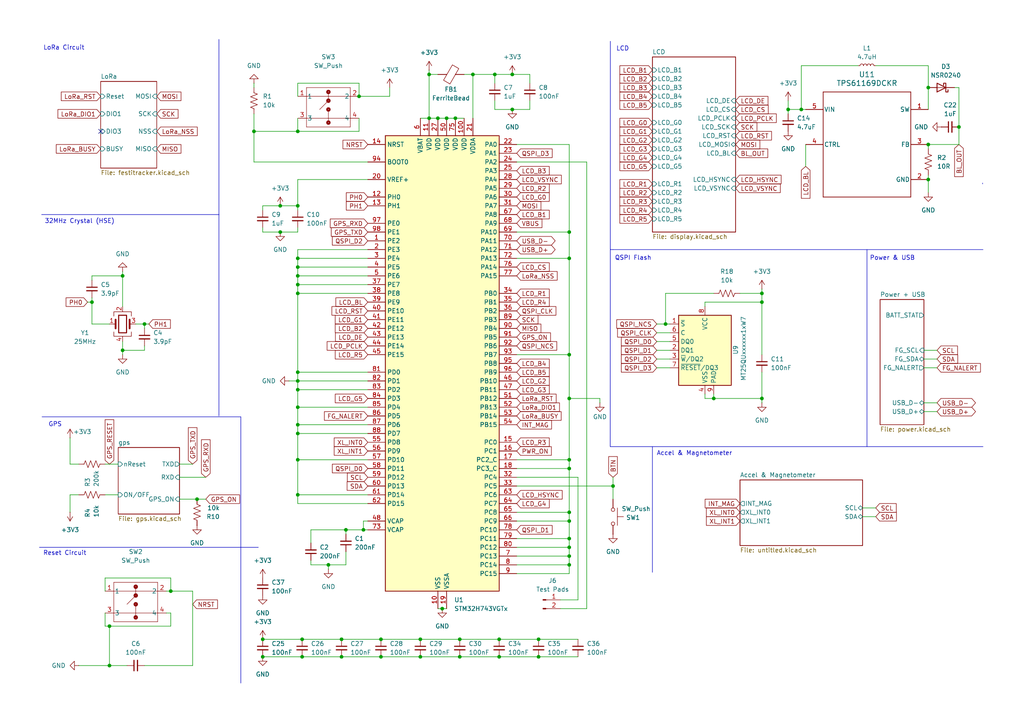
<source format=kicad_sch>
(kicad_sch (version 20231120) (generator "eeschema") (generator_version "8.0")
  (paper "A4")
  (junction (at 81.28 59.69))
  (junction (at 137.16 21.59))
  (junction (at 86.36 107.95))
  (junction (at 86.36 77.47))
  (junction (at 278.13 36.83))
  (junction (at 86.36 74.93))
  (junction (at 165.1 135.89))
  (junction (at 156.21 190.5))
  (junction (at 269.24 41.91))
  (junction (at 156.21 185.42))
  (junction (at 165.1 158.75))
  (junction (at 128.27 176.53))
  (junction (at 110.49 185.42))
  (junction (at 110.49 190.5))
  (junction (at 148.59 21.59))
  (junction (at 121.92 185.42))
  (junction (at 73.66 38.1))
  (junction (at 220.98 87.63))
  (junction (at 121.92 190.5))
  (junction (at 86.36 113.03))
  (junction (at 220.98 85.09))
  (junction (at 86.36 125.73))
  (junction (at 177.8 140.97))
  (junction (at 165.1 163.83))
  (junction (at 228.6 31.75))
  (junction (at 87.63 185.42))
  (junction (at 165.1 133.35))
  (junction (at 207.01 115.57))
  (junction (at 148.59 31.75))
  (junction (at 104.14 27.94))
  (junction (at 165.1 148.59))
  (junction (at 144.78 190.5))
  (junction (at 86.36 82.55))
  (junction (at 86.36 110.49))
  (junction (at 269.24 25.4))
  (junction (at 193.04 93.98))
  (junction (at 232.41 31.75))
  (junction (at 127 34.29))
  (junction (at 99.06 185.42))
  (junction (at 49.53 171.45))
  (junction (at 86.36 85.09))
  (junction (at 144.78 185.42))
  (junction (at 165.1 74.93))
  (junction (at 165.1 161.29))
  (junction (at 99.06 190.5))
  (junction (at 95.25 163.83))
  (junction (at 76.2 185.42))
  (junction (at 165.1 156.21))
  (junction (at 87.63 190.5))
  (junction (at 165.1 151.13))
  (junction (at 31.75 193.04))
  (junction (at 124.46 34.29))
  (junction (at 105.41 153.67))
  (junction (at 31.75 181.61))
  (junction (at 133.35 190.5))
  (junction (at 86.36 59.69))
  (junction (at 26.67 87.63))
  (junction (at 220.98 115.57))
  (junction (at 132.08 34.29))
  (junction (at 86.36 133.35))
  (junction (at 86.36 80.01))
  (junction (at 35.56 80.01))
  (junction (at 143.51 21.59))
  (junction (at 100.33 153.67))
  (junction (at 41.91 93.98))
  (junction (at 165.1 102.87))
  (junction (at 269.24 52.07))
  (junction (at 165.1 67.31))
  (junction (at 86.36 38.1))
  (junction (at 86.36 118.11))
  (junction (at 124.46 21.59))
  (junction (at 86.36 143.51))
  (junction (at 86.36 123.19))
  (junction (at 81.28 67.31))
  (junction (at 133.35 185.42))
  (junction (at 129.54 34.29))
  (junction (at 57.15 144.78))
  (junction (at 35.56 101.6))
  (junction (at 76.2 190.5))
  (junction (at 165.1 115.57))
  (no_connect (at 29.21 38.1))
  (wire (pts (xy 99.06 185.42) (xy 110.49 185.42)))
  (wire (pts (xy 73.66 24.13) (xy 73.66 25.4)))
  (wire (pts (xy 143.51 29.21) (xy 143.51 31.75)))
  (wire (pts (xy 149.86 67.31) (xy 165.1 67.31)))
  (wire (pts (xy 110.49 190.5) (xy 121.92 190.5)))
  (wire (pts (xy 104.14 34.29) (xy 104.14 38.1)))
  (wire (pts (xy 52.07 134.62) (xy 55.88 134.62)))
  (wire (pts (xy 86.36 27.94) (xy 86.36 24.13)))
  (wire (pts (xy 86.36 125.73) (xy 106.68 125.73)))
  (wire (pts (xy 207.01 115.57) (xy 220.98 115.57)))
  (wire (pts (xy 165.1 41.91) (xy 165.1 67.31)))
  (wire (pts (xy 129.54 34.29) (xy 132.08 34.29)))
  (wire (pts (xy 49.53 181.61) (xy 31.75 181.61)))
  (wire (pts (xy 110.49 185.42) (xy 121.92 185.42)))
  (wire (pts (xy 143.51 21.59) (xy 148.59 21.59)))
  (wire (pts (xy 121.92 185.42) (xy 133.35 185.42)))
  (wire (pts (xy 31.75 193.04) (xy 36.83 193.04)))
  (wire (pts (xy 76.2 60.96) (xy 76.2 59.69)))
  (wire (pts (xy 137.16 21.59) (xy 143.51 21.59)))
  (wire (pts (xy 86.36 123.19) (xy 86.36 125.73)))
  (wire (pts (xy 149.86 166.37) (xy 165.1 166.37)))
  (wire (pts (xy 220.98 87.63) (xy 204.47 87.63)))
  (wire (pts (xy 190.5 101.6) (xy 194.31 101.6)))
  (wire (pts (xy 86.36 143.51) (xy 86.36 146.05)))
  (wire (pts (xy 41.91 100.33) (xy 41.91 101.6)))
  (wire (pts (xy 87.63 185.42) (xy 99.06 185.42)))
  (wire (pts (xy 165.1 135.89) (xy 165.1 148.59)))
  (wire (pts (xy 165.1 74.93) (xy 165.1 102.87)))
  (wire (pts (xy 149.86 138.43) (xy 167.64 138.43)))
  (wire (pts (xy 269.24 25.4) (xy 269.24 31.75)))
  (wire (pts (xy 162.56 176.53) (xy 170.18 176.53)))
  (wire (pts (xy 267.97 119.38) (xy 271.78 119.38)))
  (wire (pts (xy 173.99 115.57) (xy 173.99 116.84)))
  (wire (pts (xy 86.36 110.49) (xy 106.68 110.49)))
  (wire (pts (xy 121.92 34.29) (xy 124.46 34.29)))
  (wire (pts (xy 149.86 156.21) (xy 165.1 156.21)))
  (wire (pts (xy 86.36 123.19) (xy 106.68 123.19)))
  (wire (pts (xy 48.26 171.45) (xy 49.53 171.45)))
  (polyline (pts (xy 69.85 120.904) (xy 69.85 198.12)))
  (polyline (pts (xy 63.5 62.23) (xy 63.5 120.65)))
  (wire (pts (xy 105.41 151.13) (xy 106.68 151.13)))
  (wire (pts (xy 41.91 193.04) (xy 55.88 193.04)))
  (wire (pts (xy 86.36 82.55) (xy 106.68 82.55)))
  (wire (pts (xy 190.5 104.14) (xy 194.31 104.14)))
  (wire (pts (xy 35.56 80.01) (xy 35.56 88.9)))
  (wire (pts (xy 86.36 133.35) (xy 86.36 143.51)))
  (wire (pts (xy 165.1 148.59) (xy 165.1 151.13)))
  (wire (pts (xy 220.98 83.82) (xy 220.98 85.09)))
  (wire (pts (xy 133.35 190.5) (xy 144.78 190.5)))
  (wire (pts (xy 35.56 101.6) (xy 35.56 102.87)))
  (polyline (pts (xy 177.8 72.39) (xy 285.115 72.39)))
  (wire (pts (xy 193.04 93.98) (xy 194.31 93.98)))
  (polyline (pts (xy 12.192 120.904) (xy 69.85 120.904)))
  (wire (pts (xy 49.53 177.8) (xy 48.26 177.8)))
  (wire (pts (xy 83.82 110.49) (xy 86.36 110.49)))
  (wire (pts (xy 127 176.53) (xy 128.27 176.53)))
  (wire (pts (xy 267.97 106.68) (xy 271.78 106.68)))
  (wire (pts (xy 86.36 74.93) (xy 106.68 74.93)))
  (wire (pts (xy 165.1 115.57) (xy 165.1 133.35)))
  (wire (pts (xy 22.86 193.04) (xy 31.75 193.04)))
  (wire (pts (xy 220.98 85.09) (xy 220.98 87.63)))
  (wire (pts (xy 41.91 93.98) (xy 43.18 93.98)))
  (wire (pts (xy 35.56 78.74) (xy 35.56 80.01)))
  (wire (pts (xy 133.35 185.42) (xy 144.78 185.42)))
  (wire (pts (xy 106.68 72.39) (xy 86.36 72.39)))
  (wire (pts (xy 76.2 67.31) (xy 81.28 67.31)))
  (polyline (pts (xy 11.43 158.75) (xy 74.93 158.75)))
  (wire (pts (xy 90.17 163.83) (xy 95.25 163.83)))
  (wire (pts (xy 165.1 115.57) (xy 173.99 115.57)))
  (wire (pts (xy 232.41 31.75) (xy 233.68 31.75)))
  (wire (pts (xy 143.51 24.13) (xy 143.51 21.59)))
  (wire (pts (xy 105.41 153.67) (xy 105.41 151.13)))
  (wire (pts (xy 144.78 190.5) (xy 156.21 190.5)))
  (wire (pts (xy 248.92 19.05) (xy 232.41 19.05)))
  (wire (pts (xy 73.66 33.02) (xy 73.66 38.1)))
  (wire (pts (xy 190.5 93.98) (xy 193.04 93.98)))
  (wire (pts (xy 35.56 101.6) (xy 41.91 101.6)))
  (wire (pts (xy 86.36 85.09) (xy 106.68 85.09)))
  (wire (pts (xy 86.36 66.04) (xy 86.36 67.31)))
  (wire (pts (xy 105.41 153.67) (xy 106.68 153.67)))
  (wire (pts (xy 190.5 99.06) (xy 194.31 99.06)))
  (wire (pts (xy 86.36 118.11) (xy 106.68 118.11)))
  (wire (pts (xy 31.75 181.61) (xy 31.75 193.04)))
  (wire (pts (xy 121.92 190.5) (xy 133.35 190.5)))
  (wire (pts (xy 20.32 143.51) (xy 20.32 148.59)))
  (polyline (pts (xy 177.8 72.39) (xy 177.0581 72.39)))
  (wire (pts (xy 278.13 25.4) (xy 276.86 25.4)))
  (wire (pts (xy 148.59 31.75) (xy 153.67 31.75)))
  (wire (pts (xy 86.36 143.51) (xy 106.68 143.51)))
  (wire (pts (xy 41.91 93.98) (xy 41.91 95.25)))
  (wire (pts (xy 86.36 110.49) (xy 86.36 113.03)))
  (wire (pts (xy 39.37 93.98) (xy 41.91 93.98)))
  (wire (pts (xy 177.8 140.97) (xy 177.8 138.43)))
  (wire (pts (xy 149.86 163.83) (xy 165.1 163.83)))
  (wire (pts (xy 26.67 87.63) (xy 25.4 87.63)))
  (wire (pts (xy 26.67 87.63) (xy 26.67 93.98)))
  (wire (pts (xy 86.36 60.96) (xy 86.36 59.69)))
  (wire (pts (xy 22.86 143.51) (xy 20.32 143.51)))
  (wire (pts (xy 149.86 46.99) (xy 170.18 46.99)))
  (polyline (pts (xy 189.23 165.9949) (xy 189.23 129.54)))
  (wire (pts (xy 86.36 24.13) (xy 104.14 24.13)))
  (wire (pts (xy 35.56 99.06) (xy 35.56 101.6)))
  (wire (pts (xy 148.59 21.59) (xy 153.67 21.59)))
  (wire (pts (xy 162.56 173.99) (xy 167.64 173.99)))
  (wire (pts (xy 254 19.05) (xy 269.24 19.05)))
  (wire (pts (xy 144.78 185.42) (xy 156.21 185.42)))
  (wire (pts (xy 156.21 190.5) (xy 167.64 190.5)))
  (wire (pts (xy 73.66 38.1) (xy 86.36 38.1)))
  (wire (pts (xy 76.2 59.69) (xy 81.28 59.69)))
  (wire (pts (xy 165.1 102.87) (xy 165.1 115.57)))
  (wire (pts (xy 124.46 34.29) (xy 127 34.29)))
  (wire (pts (xy 57.15 144.78) (xy 59.69 144.78)))
  (wire (pts (xy 30.48 167.64) (xy 49.53 167.64)))
  (wire (pts (xy 86.36 52.07) (xy 106.68 52.07)))
  (wire (pts (xy 167.64 138.43) (xy 167.64 173.99)))
  (wire (pts (xy 31.75 93.98) (xy 26.67 93.98)))
  (wire (pts (xy 220.98 107.95) (xy 220.98 115.57)))
  (wire (pts (xy 250.19 147.32) (xy 254 147.32)))
  (wire (pts (xy 95.25 163.83) (xy 95.25 165.1)))
  (wire (pts (xy 30.48 134.62) (xy 34.29 134.62)))
  (wire (pts (xy 113.03 27.94) (xy 113.03 25.4)))
  (wire (pts (xy 49.53 167.64) (xy 49.53 171.45)))
  (wire (pts (xy 76.2 66.04) (xy 76.2 67.31)))
  (wire (pts (xy 86.36 77.47) (xy 86.36 80.01)))
  (wire (pts (xy 128.27 176.53) (xy 129.54 176.53)))
  (wire (pts (xy 156.21 185.42) (xy 167.64 185.42)))
  (wire (pts (xy 86.36 52.07) (xy 86.36 59.69)))
  (wire (pts (xy 149.86 140.97) (xy 177.8 140.97)))
  (wire (pts (xy 100.33 163.83) (xy 100.33 160.02)))
  (wire (pts (xy 207.01 85.09) (xy 193.04 85.09)))
  (wire (pts (xy 165.1 133.35) (xy 165.1 135.89)))
  (wire (pts (xy 30.48 143.51) (xy 34.29 143.51)))
  (wire (pts (xy 149.86 133.35) (xy 165.1 133.35)))
  (wire (pts (xy 165.1 151.13) (xy 165.1 156.21)))
  (wire (pts (xy 76.2 185.42) (xy 87.63 185.42)))
  (wire (pts (xy 49.53 171.45) (xy 55.88 171.45)))
  (wire (pts (xy 124.46 20.32) (xy 124.46 21.59)))
  (wire (pts (xy 86.36 80.01) (xy 106.68 80.01)))
  (wire (pts (xy 95.25 163.83) (xy 100.33 163.83)))
  (wire (pts (xy 153.67 29.21) (xy 153.67 31.75)))
  (wire (pts (xy 86.36 38.1) (xy 104.14 38.1)))
  (wire (pts (xy 100.33 154.94) (xy 100.33 153.67)))
  (wire (pts (xy 86.36 113.03) (xy 106.68 113.03)))
  (wire (pts (xy 204.47 87.63) (xy 204.47 88.9)))
  (wire (pts (xy 267.97 104.14) (xy 271.78 104.14)))
  (polyline (pts (xy 251.46 72.39) (xy 251.46 129.54)))
  (wire (pts (xy 165.1 156.21) (xy 165.1 158.75)))
  (wire (pts (xy 26.67 80.01) (xy 26.67 81.28)))
  (wire (pts (xy 86.36 107.95) (xy 86.36 110.49)))
  (wire (pts (xy 104.14 27.94) (xy 113.03 27.94)))
  (wire (pts (xy 106.68 133.35) (xy 86.36 133.35)))
  (wire (pts (xy 55.88 171.45) (xy 55.88 193.04)))
  (polyline (pts (xy 176.988 129.5449) (xy 177.0288 12.0241)))
  (wire (pts (xy 73.66 46.99) (xy 106.68 46.99)))
  (polyline (pts (xy 63.5 11.43) (xy 63.5 62.23)))
  (wire (pts (xy 269.24 19.05) (xy 269.24 25.4)))
  (wire (pts (xy 26.67 86.36) (xy 26.67 87.63)))
  (wire (pts (xy 87.63 190.5) (xy 99.06 190.5)))
  (wire (pts (xy 104.14 24.13) (xy 104.14 27.94)))
  (wire (pts (xy 177.8 144.78) (xy 177.8 140.97)))
  (wire (pts (xy 250.19 149.86) (xy 254 149.86)))
  (wire (pts (xy 149.86 74.93) (xy 165.1 74.93)))
  (wire (pts (xy 127 34.29) (xy 129.54 34.29)))
  (wire (pts (xy 269.24 55.88) (xy 269.24 52.07)))
  (wire (pts (xy 86.36 118.11) (xy 86.36 123.19)))
  (wire (pts (xy 228.6 31.75) (xy 232.41 31.75)))
  (wire (pts (xy 170.18 46.99) (xy 170.18 176.53)))
  (wire (pts (xy 149.86 102.87) (xy 165.1 102.87)))
  (wire (pts (xy 149.86 135.89) (xy 165.1 135.89)))
  (wire (pts (xy 190.5 106.68) (xy 194.31 106.68)))
  (wire (pts (xy 269.24 41.91) (xy 278.13 41.91)))
  (wire (pts (xy 204.47 114.3) (xy 204.47 115.57)))
  (wire (pts (xy 220.98 115.57) (xy 220.98 116.84)))
  (wire (pts (xy 86.36 72.39) (xy 86.36 74.93)))
  (wire (pts (xy 106.68 146.05) (xy 86.36 146.05)))
  (wire (pts (xy 143.51 31.75) (xy 148.59 31.75)))
  (wire (pts (xy 267.97 101.6) (xy 271.78 101.6)))
  (wire (pts (xy 228.6 29.21) (xy 228.6 31.75)))
  (wire (pts (xy 232.41 19.05) (xy 232.41 31.75)))
  (wire (pts (xy 52.07 144.78) (xy 57.15 144.78)))
  (polyline (pts (xy 12.065 62.23) (xy 63.5 62.23)))
  (wire (pts (xy 90.17 153.67) (xy 100.33 153.67)))
  (wire (pts (xy 193.04 85.09) (xy 193.04 93.98)))
  (wire (pts (xy 165.1 163.83) (xy 165.1 166.37)))
  (polyline (pts (xy 177.0288 12.0241) (xy 177.033 12.0241)))
  (wire (pts (xy 149.86 41.91) (xy 165.1 41.91)))
  (wire (pts (xy 26.67 80.01) (xy 35.56 80.01)))
  (wire (pts (xy 124.46 21.59) (xy 124.46 34.29)))
  (wire (pts (xy 137.16 21.59) (xy 137.16 34.29)))
  (wire (pts (xy 214.63 85.09) (xy 220.98 85.09)))
  (wire (pts (xy 165.1 161.29) (xy 165.1 163.83)))
  (wire (pts (xy 149.86 151.13) (xy 165.1 151.13)))
  (wire (pts (xy 149.86 161.29) (xy 165.1 161.29)))
  (wire (pts (xy 73.66 38.1) (xy 73.66 46.99)))
  (wire (pts (xy 132.08 34.29) (xy 134.62 34.29)))
  (wire (pts (xy 269.24 41.91) (xy 269.24 43.18)))
  (wire (pts (xy 153.67 24.13) (xy 153.67 21.59)))
  (wire (pts (xy 30.48 177.8) (xy 30.48 181.61)))
  (wire (pts (xy 134.62 21.59) (xy 137.16 21.59)))
  (wire (pts (xy 76.2 190.5) (xy 87.63 190.5)))
  (wire (pts (xy 86.36 82.55) (xy 86.36 85.09)))
  (wire (pts (xy 269.24 50.8) (xy 269.24 52.07)))
  (wire (pts (xy 190.5 96.52) (xy 194.31 96.52)))
  (wire (pts (xy 99.06 190.5) (xy 110.49 190.5)))
  (wire (pts (xy 86.36 34.29) (xy 86.36 38.1)))
  (wire (pts (xy 149.86 148.59) (xy 165.1 148.59)))
  (wire (pts (xy 86.36 80.01) (xy 86.36 82.55)))
  (wire (pts (xy 86.36 74.93) (xy 86.36 77.47)))
  (wire (pts (xy 81.28 59.69) (xy 86.36 59.69)))
  (wire (pts (xy 20.32 127) (xy 20.32 134.62)))
  (wire (pts (xy 220.98 87.63) (xy 220.98 102.87)))
  (polyline (pts (xy 177.0338 129.5441) (xy 285.115 129.54)))
  (wire (pts (xy 86.36 77.47) (xy 106.68 77.47)))
  (wire (pts (xy 165.1 67.31) (xy 165.1 74.93)))
  (wire (pts (xy 49.53 177.8) (xy 49.53 181.61)))
  (wire (pts (xy 267.97 116.84) (xy 271.78 116.84)))
  (wire (pts (xy 22.86 134.62) (xy 20.32 134.62)))
  (wire (pts (xy 31.75 181.61) (xy 30.48 181.61)))
  (wire (pts (xy 165.1 158.75) (xy 165.1 161.29)))
  (wire (pts (xy 233.68 41.91) (xy 233.68 48.26)))
  (wire (pts (xy 204.47 115.57) (xy 207.01 115.57)))
  (polyline (pts (xy 177.0581 72.39) (xy 177.0581 72.3353)))
  (wire (pts (xy 278.13 25.4) (xy 278.13 36.83)))
  (wire (pts (xy 86.36 85.09) (xy 86.36 107.95)))
  (wire (pts (xy 105.41 153.67) (xy 100.33 153.67)))
  (wire (pts (xy 86.36 113.03) (xy 86.36 118.11)))
  (polyline (pts (xy 284.988 53.086) (xy 284.988 53.34)))
  (wire (pts (xy 90.17 163.83) (xy 90.17 162.56)))
  (wire (pts (xy 90.17 157.48) (xy 90.17 153.67)))
  (wire (pts (xy 81.28 67.31) (xy 86.36 67.31)))
  (wire (pts (xy 149.86 158.75) (xy 165.1 158.75)))
  (wire (pts (xy 86.36 107.95) (xy 106.68 107.95)))
  (wire (pts (xy 124.46 21.59) (xy 127 21.59)))
  (wire (pts (xy 207.01 115.57) (xy 207.01 114.3)))
  (wire (pts (xy 30.48 171.45) (xy 30.48 167.64)))
  (wire (pts (xy 86.36 125.73) (xy 86.36 133.35)))
  (wire (pts (xy 228.6 33.02) (xy 228.6 31.75)))
  (wire (pts (xy 52.07 138.43) (xy 59.69 138.43)))
  (wire (pts (xy 278.13 36.83) (xy 278.13 41.91)))
  (text "LCD\n" (at 180.594 14.224 0) (effects (font (size 1.27 1.27))))
  (text "GPS" (at 16.002 123.19 0) (effects (font (size 1.27 1.27))))
  (text "Power & USB" (at 258.826 74.93 0) (effects (font (size 1.27 1.27))))
  (text "Accel & Magnetometer" (at 201.422 131.572 0) (effects (font (size 1.27 1.27))))
  (text "32MHz Crystal (HSE)\n" (at 23.114 64.262 0) (effects (font (size 1.27 1.27))))
  (text "LoRa Circuit" (at 18.542 13.97 0) (effects (font (size 1.27 1.27))))
  (text "Reset Circuit" (at 18.796 160.528 0) (effects (font (size 1.27 1.27))))
  (text "QSPI Flash" (at 183.642 74.93 0) (effects (font (size 1.27 1.27))))
  (global_label "LCD_R3" (shape input) (at 149.86 128.27 0) (property "Intersheetrefs" "${INTERSHEET_REFS}" (effects (hide yes))))
  (global_label "XL_INT1" (shape input) (at 214.63 151.13 180) (property "Intersheetrefs" "${INTERSHEET_REFS}" (effects (hide yes))))
  (global_label "LoRa_BUSY" (shape input) (at 29.21 43.18 180) (property "Intersheetrefs" "${INTERSHEET_REFS}" (effects (hide yes))))
  (global_label "SDA" (shape input) (at 271.78 104.14 0) (property "Intersheetrefs" "${INTERSHEET_REFS}" (effects (hide yes))))
  (global_label "LCD_B1" (shape input) (at 149.86 62.23 0) (property "Intersheetrefs" "${INTERSHEET_REFS}" (effects (hide yes))))
  (global_label "LCD_B4" (shape input) (at 149.86 105.41 0) (property "Intersheetrefs" "${INTERSHEET_REFS}" (effects (hide yes))))
  (global_label "SCK" (shape input) (at 45.466 33.02 0) (property "Intersheetrefs" "${INTERSHEET_REFS}" (effects (hide yes))))
  (global_label "QSPI_D3" (shape input) (at 149.86 44.45 0) (property "Intersheetrefs" "${INTERSHEET_REFS}" (effects (hide yes))))
  (global_label "QSPI_CLK" (shape input) (at 149.86 90.17 0) (property "Intersheetrefs" "${INTERSHEET_REFS}" (effects (hide yes))))
  (global_label "MOSI" (shape input) (at 149.86 59.69 0) (property "Intersheetrefs" "${INTERSHEET_REFS}" (effects (hide yes))))
  (global_label "PH1" (shape input) (at 106.68 59.69 180) (property "Intersheetrefs" "${INTERSHEET_REFS}" (effects (hide yes))))
  (global_label "LCD_G5" (shape input) (at 189.23 48.26 180) (property "Intersheetrefs" "${INTERSHEET_REFS}" (effects (hide yes))))
  (global_label "MISO" (shape input) (at 45.466 43.18 0) (property "Intersheetrefs" "${INTERSHEET_REFS}" (effects (hide yes))))
  (global_label "QSPI_D0" (shape input) (at 106.68 135.89 180) (property "Intersheetrefs" "${INTERSHEET_REFS}" (effects (hide yes))))
  (global_label "LCD_B1" (shape input) (at 189.23 20.32 180) (property "Intersheetrefs" "${INTERSHEET_REFS}" (effects (hide yes))))
  (global_label "QSPI_D3" (shape input) (at 190.5 106.68 180) (property "Intersheetrefs" "${INTERSHEET_REFS}" (effects (hide yes))))
  (global_label "LCD_VSYNC" (shape input) (at 149.86 52.07 0) (property "Intersheetrefs" "${INTERSHEET_REFS}" (effects (hide yes))))
  (global_label "LCD_G0" (shape input) (at 189.23 35.56 180) (property "Intersheetrefs" "${INTERSHEET_REFS}" (effects (hide yes))))
  (global_label "LCD_G3" (shape input) (at 149.86 113.03 0) (property "Intersheetrefs" "${INTERSHEET_REFS}" (effects (hide yes))))
  (global_label "FG_NALERT" (shape input) (at 106.68 120.65 180) (property "Intersheetrefs" "${INTERSHEET_REFS}" (effects (hide yes))))
  (global_label "BL_OUT" (shape input) (at 213.36 44.45 0) (property "Intersheetrefs" "${INTERSHEET_REFS}" (effects (hide yes))))
  (global_label "LCD_R5" (shape input) (at 189.23 63.5 180) (property "Intersheetrefs" "${INTERSHEET_REFS}" (effects (hide yes))))
  (global_label "SCL" (shape input) (at 106.68 138.43 180) (property "Intersheetrefs" "${INTERSHEET_REFS}" (effects (hide yes))))
  (global_label "QSPI_D2" (shape input) (at 106.68 69.85 180) (property "Intersheetrefs" "${INTERSHEET_REFS}" (effects (hide yes))))
  (global_label "LCD_VSYNC" (shape input) (at 213.36 54.61 0) (property "Intersheetrefs" "${INTERSHEET_REFS}" (effects (hide yes))))
  (global_label "LCD_DE" (shape input) (at 106.68 97.79 180) (property "Intersheetrefs" "${INTERSHEET_REFS}" (effects (hide yes))))
  (global_label "LCD_R3" (shape input) (at 189.23 58.42 180) (property "Intersheetrefs" "${INTERSHEET_REFS}" (effects (hide yes))))
  (global_label "LCD_G5" (shape input) (at 106.68 115.57 180) (property "Intersheetrefs" "${INTERSHEET_REFS}" (effects (hide yes))))
  (global_label "LCD_R2" (shape input) (at 189.23 55.88 180) (property "Intersheetrefs" "${INTERSHEET_REFS}" (effects (hide yes))))
  (global_label "LCD_HSYNC" (shape input) (at 213.36 52.07 0) (property "Intersheetrefs" "${INTERSHEET_REFS}" (effects (hide yes))))
  (global_label "SDA" (shape input) (at 106.68 140.97 180) (property "Intersheetrefs" "${INTERSHEET_REFS}" (effects (hide yes))))
  (global_label "LCD_BL" (shape input) (at 106.68 87.63 180) (property "Intersheetrefs" "${INTERSHEET_REFS}" (effects (hide yes))))
  (global_label "LCD_B2" (shape input) (at 106.68 95.25 180) (property "Intersheetrefs" "${INTERSHEET_REFS}" (effects (hide yes))))
  (global_label "XL_INT1" (shape input) (at 106.68 130.81 180) (property "Intersheetrefs" "${INTERSHEET_REFS}" (effects (hide yes))))
  (global_label "LCD_BL" (shape input) (at 233.68 48.26 270) (property "Intersheetrefs" "${INTERSHEET_REFS}" (effects (hide yes))))
  (global_label "LCD_G1" (shape input) (at 189.23 38.1 180) (property "Intersheetrefs" "${INTERSHEET_REFS}" (effects (hide yes))))
  (global_label "INT_MAG" (shape input) (at 214.63 146.05 180) (property "Intersheetrefs" "${INTERSHEET_REFS}" (effects (hide yes))))
  (global_label "LoRa_RST" (shape input) (at 29.21 27.94 180) (property "Intersheetrefs" "${INTERSHEET_REFS}" (effects (hide yes))))
  (global_label "USB_D-" (shape bidirectional) (at 271.78 116.84 0) (property "Intersheetrefs" "${INTERSHEET_REFS}" (effects (hide yes))))
  (global_label "GPS_TXD" (shape input) (at 106.68 67.31 180) (property "Intersheetrefs" "${INTERSHEET_REFS}" (effects (hide yes))))
  (global_label "LoRa_RST" (shape input) (at 149.86 115.57 0) (property "Intersheetrefs" "${INTERSHEET_REFS}" (effects (hide yes))))
  (global_label "LCD_R2" (shape input) (at 149.86 54.61 0) (property "Intersheetrefs" "${INTERSHEET_REFS}" (effects (hide yes))))
  (global_label "MOSI" (shape input) (at 45.466 27.94 0) (property "Intersheetrefs" "${INTERSHEET_REFS}" (effects (hide yes))))
  (global_label "LCD_PCLK" (shape input) (at 213.36 34.29 0) (property "Intersheetrefs" "${INTERSHEET_REFS}" (effects (hide yes))))
  (global_label "LCD_G2" (shape input) (at 189.23 40.64 180) (property "Intersheetrefs" "${INTERSHEET_REFS}" (effects (hide yes))))
  (global_label "LCD_B5" (shape input) (at 149.86 107.95 0) (property "Intersheetrefs" "${INTERSHEET_REFS}" (effects (hide yes))))
  (global_label "QSPI_CLK" (shape input) (at 190.5 96.52 180) (property "Intersheetrefs" "${INTERSHEET_REFS}" (effects (hide yes))))
  (global_label "LCD_B5" (shape input) (at 189.23 30.48 180) (property "Intersheetrefs" "${INTERSHEET_REFS}" (effects (hide yes))))
  (global_label "MISO" (shape input) (at 149.86 95.25 0) (property "Intersheetrefs" "${INTERSHEET_REFS}" (effects (hide yes))))
  (global_label "GPS_ON" (shape input) (at 59.69 144.78 0) (property "Intersheetrefs" "${INTERSHEET_REFS}" (effects (hide yes))))
  (global_label "QSPI_D2" (shape input) (at 190.5 104.14 180) (property "Intersheetrefs" "${INTERSHEET_REFS}" (effects (hide yes))))
  (global_label "SCL" (shape input) (at 254 147.32 0) (property "Intersheetrefs" "${INTERSHEET_REFS}" (effects (hide yes))))
  (global_label "NRST" (shape input) (at 106.68 41.91 180) (property "Intersheetrefs" "${INTERSHEET_REFS}" (effects (hide yes))))
  (global_label "LCD_R1" (shape input) (at 149.86 85.09 0) (property "Intersheetrefs" "${INTERSHEET_REFS}" (effects (hide yes))))
  (global_label "LoRa_DIO1" (shape input) (at 29.21 33.02 180) (property "Intersheetrefs" "${INTERSHEET_REFS}" (effects (hide yes))))
  (global_label "GPS_RESET" (shape input) (at 31.75 134.62 90) (property "Intersheetrefs" "${INTERSHEET_REFS}" (effects (hide yes))))
  (global_label "LCD_RST" (shape input) (at 106.68 90.17 180) (property "Intersheetrefs" "${INTERSHEET_REFS}" (effects (hide yes))))
  (global_label "USB_D-" (shape bidirectional) (at 149.86 69.85 0) (property "Intersheetrefs" "${INTERSHEET_REFS}" (effects (hide yes))))
  (global_label "PWR_ON" (shape input) (at 149.86 130.81 0) (property "Intersheetrefs" "${INTERSHEET_REFS}" (effects (hide yes))))
  (global_label "LCD_CS" (shape input) (at 149.86 77.47 0) (property "Intersheetrefs" "${INTERSHEET_REFS}" (effects (hide yes))))
  (global_label "SDA" (shape input) (at 254 149.86 0) (property "Intersheetrefs" "${INTERSHEET_REFS}" (effects (hide yes))))
  (global_label "LCD_R4" (shape input) (at 149.86 87.63 0) (property "Intersheetrefs" "${INTERSHEET_REFS}" (effects (hide yes))))
  (global_label "QSPI_NCS" (shape input) (at 149.86 100.33 0) (property "Intersheetrefs" "${INTERSHEET_REFS}" (effects (hide yes))))
  (global_label "QSPI_D1" (shape input) (at 149.86 153.67 0) (property "Intersheetrefs" "${INTERSHEET_REFS}" (effects (hide yes))))
  (global_label "QSPI_D1" (shape input) (at 190.5 101.6 180) (property "Intersheetrefs" "${INTERSHEET_REFS}" (effects (hide yes))))
  (global_label "LCD_DE" (shape input) (at 213.36 29.21 0) (property "Intersheetrefs" "${INTERSHEET_REFS}" (effects (hide yes))))
  (global_label "USB_D+" (shape bidirectional) (at 271.78 119.38 0) (property "Intersheetrefs" "${INTERSHEET_REFS}" (effects (hide yes))))
  (global_label "INT_MAG" (shape input) (at 149.86 123.19 0) (property "Intersheetrefs" "${INTERSHEET_REFS}" (effects (hide yes))))
  (global_label "LCD_G4" (shape input) (at 189.23 45.72 180) (property "Intersheetrefs" "${INTERSHEET_REFS}" (effects (hide yes))))
  (global_label "LCD_G3" (shape input) (at 189.23 43.18 180) (property "Intersheetrefs" "${INTERSHEET_REFS}" (effects (hide yes))))
  (global_label "PH0" (shape input) (at 106.68 57.15 180) (property "Intersheetrefs" "${INTERSHEET_REFS}" (effects (hide yes))))
  (global_label "LoRa_BUSY" (shape input) (at 149.86 120.65 0) (property "Intersheetrefs" "${INTERSHEET_REFS}" (effects (hide yes))))
  (global_label "LoRa_DIO1" (shape input) (at 149.86 118.11 0) (property "Intersheetrefs" "${INTERSHEET_REFS}" (effects (hide yes))))
  (global_label "PH1" (shape input) (at 43.18 93.98 0) (property "Intersheetrefs" "${INTERSHEET_REFS}" (effects (hide yes))))
  (global_label "BTN" (shape input) (at 177.8 138.43 90) (property "Intersheetrefs" "${INTERSHEET_REFS}" (effects (hide yes))))
  (global_label "LCD_CS" (shape input) (at 213.36 31.75 0) (property "Intersheetrefs" "${INTERSHEET_REFS}" (effects (hide yes))))
  (global_label "SCK" (shape input) (at 149.86 92.71 0) (property "Intersheetrefs" "${INTERSHEET_REFS}" (effects (hide yes))))
  (global_label "LCD_R1" (shape input) (at 189.23 53.34 180) (property "Intersheetrefs" "${INTERSHEET_REFS}" (effects (hide yes))))
  (global_label "LCD_B2" (shape input) (at 189.23 22.86 180) (property "Intersheetrefs" "${INTERSHEET_REFS}" (effects (hide yes))))
  (global_label "VBUS" (shape input) (at 149.86 64.77 0) (property "Intersheetrefs" "${INTERSHEET_REFS}" (effects (hide yes))))
  (global_label "LCD_HSYNC" (shape input) (at 149.86 143.51 0) (property "Intersheetrefs" "${INTERSHEET_REFS}" (effects (hide yes))))
  (global_label "GPS_TXD" (shape input) (at 55.88 134.62 90) (property "Intersheetrefs" "${INTERSHEET_REFS}" (effects (hide yes))))
  (global_label "LoRa_NSS" (shape input) (at 149.86 80.01 0) (property "Intersheetrefs" "${INTERSHEET_REFS}" (effects (hide yes))))
  (global_label "XL_INT0" (shape input) (at 106.68 128.27 180) (property "Intersheetrefs" "${INTERSHEET_REFS}" (effects (hide yes))))
  (global_label "GPS_RXD" (shape input) (at 106.68 64.77 180) (property "Intersheetrefs" "${INTERSHEET_REFS}" (effects (hide yes))))
  (global_label "LCD_RST" (shape input) (at 213.36 39.37 0) (property "Intersheetrefs" "${INTERSHEET_REFS}" (effects (hide yes))))
  (global_label "LCD_PCLK" (shape input) (at 106.68 100.33 180) (property "Intersheetrefs" "${INTERSHEET_REFS}" (effects (hide yes))))
  (global_label "LCD_G2" (shape input) (at 149.86 110.49 0) (property "Intersheetrefs" "${INTERSHEET_REFS}" (effects (hide yes))))
  (global_label "LCD_R5" (shape input) (at 106.68 102.87 180) (property "Intersheetrefs" "${INTERSHEET_REFS}" (effects (hide yes))))
  (global_label "LCD_B3" (shape input) (at 189.23 25.4 180) (property "Intersheetrefs" "${INTERSHEET_REFS}" (effects (hide yes))))
  (global_label "SCL" (shape input) (at 271.78 101.6 0) (property "Intersheetrefs" "${INTERSHEET_REFS}" (effects (hide yes))))
  (global_label "XL_INT0" (shape input) (at 214.63 148.59 180) (property "Intersheetrefs" "${INTERSHEET_REFS}" (effects (hide yes))))
  (global_label "LCD_B3" (shape input) (at 149.86 49.53 0) (property "Intersheetrefs" "${INTERSHEET_REFS}" (effects (hide yes))))
  (global_label "SCK" (shape input) (at 213.36 36.83 0) (property "Intersheetrefs" "${INTERSHEET_REFS}" (effects (hide yes))))
  (global_label "LoRa_NSS" (shape input) (at 45.466 38.1 0) (property "Intersheetrefs" "${INTERSHEET_REFS}" (effects (hide yes))))
  (global_label "GPS_ON" (shape input) (at 149.86 97.79 0) (property "Intersheetrefs" "${INTERSHEET_REFS}" (effects (hide yes))))
  (global_label "MOSI" (shape input) (at 213.36 41.91 0) (property "Intersheetrefs" "${INTERSHEET_REFS}" (effects (hide yes))))
  (global_label "LCD_R4" (shape input) (at 189.23 60.96 180) (property "Intersheetrefs" "${INTERSHEET_REFS}" (effects (hide yes))))
  (global_label "PH0" (shape input) (at 25.4 87.63 180) (property "Intersheetrefs" "${INTERSHEET_REFS}" (effects (hide yes))))
  (global_label "BL_OUT" (shape input) (at 278.13 41.91 270) (property "Intersheetrefs" "${INTERSHEET_REFS}" (effects (hide yes))))
  (global_label "QSPI_D0" (shape input) (at 190.5 99.06 180) (property "Intersheetrefs" "${INTERSHEET_REFS}" (effects (hide yes))))
  (global_label "LCD_G4" (shape input) (at 149.86 146.05 0) (property "Intersheetrefs" "${INTERSHEET_REFS}" (effects (hide yes))))
  (global_label "QSPI_NCS" (shape input) (at 190.5 93.98 180) (property "Intersheetrefs" "${INTERSHEET_REFS}" (effects (hide yes))))
  (global_label "FG_NALERT" (shape input) (at 271.78 106.68 0) (property "Intersheetrefs" "${INTERSHEET_REFS}" (effects (hide yes))))
  (global_label "LCD_B4" (shape input) (at 189.23 27.94 180) (property "Intersheetrefs" "${INTERSHEET_REFS}" (effects (hide yes))))
  (global_label "LCD_G0" (shape input) (at 149.86 57.15 0) (property "Intersheetrefs" "${INTERSHEET_REFS}" (effects (hide yes))))
  (global_label "USB_D+" (shape bidirectional) (at 149.86 72.39 0) (property "Intersheetrefs" "${INTERSHEET_REFS}" (effects (hide yes))))
  (global_label "NRST" (shape input) (at 55.88 175.26 0) (property "Intersheetrefs" "${INTERSHEET_REFS}" (effects (hide yes))))
  (global_label "GPS_RXD" (shape input) (at 59.69 138.43 90) (property "Intersheetrefs" "${INTERSHEET_REFS}" (effects (hide yes))))
  (global_label "LCD_G1" (shape input) (at 106.68 92.71 180) (property "Intersheetrefs" "${INTERSHEET_REFS}" (effects (hide yes))))
  (symbol (lib_id "power:+3V3") (at 124.46 20.32 0) (unit 1)
    (property "Reference" "#PWR01" (effects (hide yes)))
    (property "Value" "+3V3" (at 124.46 15.24 0))
    (property "Description" "Power symbol creates a global label with name \"+3V3\"" (effects (hide yes)))
  )
  (symbol (lib_id "Switch:SW_Push") (at 177.8 149.86 270) (unit 1)
    (property "Reference" "SW1" (at 185.674 150.114 90) (effects (justify right)))
    (property "Value" "SW_Push" (at 188.722 147.574 90) (effects (justify right)))
    (property "Footprint" "custom_comps:vert_button_6mm" (effects (hide yes)))
    (property "Description" "Push button switch, generic, two pins" (effects (hide yes)))
  )
  (symbol (lib_id "Device:C_Small") (at 143.51 26.67 0) (unit 1)
    (property "Reference" "C7" (at 146.05 25.4062 0) (effects (justify left)))
    (property "Value" "1uF" (at 146.05 27.9462 0) (effects (justify left)))
    (property "Footprint" "Capacitor_SMD:C_0402_1005Metric" (effects (hide yes)))
    (property "Description" "Unpolarized capacitor, small symbol" (effects (hide yes)))
  )
  (symbol (lib_id "Diode:MBR0540") (at 273.05 25.4 180) (unit 1)
    (property "Reference" "D3" (at 274.32 19.304 0))
    (property "Value" "NSR0240" (at 274.32 21.844 0))
    (property "Footprint" "Diode_SMD:D_SOD-123" (effects (hide yes)))
    (property "Datasheet" "http://www.mccsemi.com/up_pdf/MBR0520~MBR0580(SOD123).pdf" (effects (hide yes)))
    (property "Description" "40V 0.5A Schottky Power Rectifier Diode, SOD-123" (effects (hide yes)))
  )
  (symbol (lib_id "power:GND") (at 228.6 38.1 0) (unit 1)
    (property "Reference" "#PWR070" (effects (hide yes)))
    (property "Value" "GND" (at 228.6 43.18 0))
    (property "Description" "Power symbol creates a global label with name \"GND\" , ground" (effects (hide yes)))
  )
  (symbol (lib_id "power:GND") (at 22.86 193.04 270) (unit 1)
    (property "Reference" "#PWR02" (effects (hide yes)))
    (property "Value" "GND" (at 19.05 193.0399 90) (effects (justify right)))
    (property "Description" "Power symbol creates a global label with name \"GND\" , ground" (effects (hide yes)))
  )
  (symbol (lib_id "Device:C_Small") (at 39.37 193.04 90) (unit 1)
    (property "Reference" "C6" (at 39.3763 186.69 90))
    (property "Value" "100nF" (at 39.3763 189.23 90))
    (property "Footprint" "Capacitor_SMD:C_0402_1005Metric" (effects (hide yes)))
    (property "Description" "Unpolarized capacitor, small symbol" (effects (hide yes)))
  )
  (symbol (lib_id "Device:R_US") (at 57.15 148.59 180) (unit 1)
    (property "Reference" "R10" (at 63.754 149.86 0) (effects (justify left)))
    (property "Value" "10k" (at 63.754 147.32 0) (effects (justify left)))
    (property "Footprint" "Resistor_SMD:R_0402_1005Metric" (effects (hide yes)))
    (property "Description" "Resistor, US symbol" (effects (hide yes)))
  )
  (symbol (lib_id "Device:R_US") (at 73.66 29.21 180) (unit 1)
    (property "Reference" "R1" (at 76.2 27.9399 0) (effects (justify right)))
    (property "Value" "10k" (at 76.2 30.4799 0) (effects (justify right)))
    (property "Footprint" "Resistor_SMD:R_0402_1005Metric" (effects (hide yes)))
    (property "Description" "Resistor, US symbol" (effects (hide yes)))
  )
  (symbol (lib_id "power:GND") (at 95.25 165.1 0) (unit 1)
    (property "Reference" "#PWR09" (effects (hide yes)))
    (property "Value" "GND" (at 95.25 170.18 0))
    (property "Description" "Power symbol creates a global label with name \"GND\" , ground" (effects (hide yes)))
  )
  (symbol (lib_id "Device:C_Small") (at 156.21 187.96 0) (unit 1)
    (property "Reference" "C35" (at 158.75 186.6962 0) (effects (justify left)))
    (property "Value" "100nF" (at 158.75 189.2362 0) (effects (justify left)))
    (property "Footprint" "Capacitor_SMD:C_0402_1005Metric" (effects (hide yes)))
    (property "Description" "Unpolarized capacitor, small symbol" (effects (hide yes)))
  )
  (symbol (lib_id "power:+3V3") (at 220.98 83.82 0) (unit 1)
    (property "Reference" "#PWR067" (effects (hide yes)))
    (property "Value" "+3V3" (at 220.98 78.74 0))
    (property "Description" "Power symbol creates a global label with name \"+3V3\"" (effects (hide yes)))
  )
  (symbol (lib_id "Device:C_Small") (at 144.78 187.96 0) (unit 1)
    (property "Reference" "C34" (at 147.32 186.6962 0) (effects (justify left)))
    (property "Value" "100nF" (at 147.32 189.2362 0) (effects (justify left)))
    (property "Footprint" "Capacitor_SMD:C_0402_1005Metric" (effects (hide yes)))
    (property "Description" "Unpolarized capacitor, small symbol" (effects (hide yes)))
  )
  (symbol (lib_id "Device:C_Small") (at 99.06 187.96 0) (unit 1)
    (property "Reference" "C27" (at 101.6 186.6962 0) (effects (justify left)))
    (property "Value" "100nF" (at 101.6 189.2362 0) (effects (justify left)))
    (property "Footprint" "Capacitor_SMD:C_0402_1005Metric" (effects (hide yes)))
    (property "Description" "Unpolarized capacitor, small symbol" (effects (hide yes)))
  )
  (symbol (lib_id "power:GND") (at 73.66 24.13 180) (unit 1)
    (property "Reference" "#PWR03" (effects (hide yes)))
    (property "Value" "GND" (at 73.66 19.05 0))
    (property "Description" "Power symbol creates a global label with name \"GND\" , ground" (effects (hide yes)))
  )
  (symbol (lib_id "Device:C_Small") (at 86.36 63.5 0) (unit 1)
    (property "Reference" "C10" (at 88.9 62.2362 0) (effects (justify left)))
    (property "Value" "100nF" (at 88.9 64.7762 0) (effects (justify left)))
    (property "Footprint" "Capacitor_SMD:C_0402_1005Metric" (effects (hide yes)))
    (property "Description" "Unpolarized capacitor, small symbol" (effects (hide yes)))
  )
  (symbol (lib_id "power:GND") (at 273.05 36.83 270) (unit 1)
    (property "Reference" "#PWR075" (effects (hide yes)))
    (property "Value" "GND" (at 269.24 36.8299 90) (effects (justify right)))
    (property "Description" "Power symbol creates a global label with name \"GND\" , ground" (effects (hide yes)))
  )
  (symbol (lib_id "Device:FerriteBead") (at 130.81 21.59 270) (unit 1)
    (property "Reference" "FB1" (at 130.81 25.908 90))
    (property "Value" "FerriteBead" (at 130.81 28.448 90))
    (property "Footprint" "Inductor_SMD:L_0402_1005Metric" (effects (hide yes)))
    (property "Description" "Ferrite bead" (effects (hide yes)))
  )
  (symbol (lib_id "PTS815_SJM_250_SMTR_LFS:PTS815_SJM_250_SMTR_LFS") (at 54.61 24.13 0) (unit 1)
    (property "Reference" "SW3" (at 95.25 16.51 0))
    (property "Value" "SW_Push" (at 95.25 19.05 0))
    (property "Footprint" "SW4_PTS815 SJM 250 SMTR LFS_CNK" (effects (hide yes)))
    (property "Datasheet" "PTS815 SJM 250 SMTR LFS" (effects (hide yes)))
    (property "Description" "Push button switch, generic, two pins" (effects (hide yes)))
  )
  (symbol (lib_id "Device:Crystal_GND24") (at 35.56 93.98 0) (unit 1)
    (property "Reference" "Y1" (at 24.638 96.52 0))
    (property "Value" "25MHz" (at 24.638 99.06 0))
    (property "Footprint" "Crystal:Crystal_SMD_2016-4Pin_2.0x1.6mm" (effects (hide yes)))
    (property "Description" "Four pin crystal, GND on pins 2 and 4" (effects (hide yes)))
  )
  (symbol (lib_id "power:GND") (at 76.2 190.5 0) (unit 1)
    (property "Reference" "#PWR079" (effects (hide yes)))
    (property "Value" "GND" (at 76.2 195.58 0))
    (property "Description" "Power symbol creates a global label with name \"GND\" , ground" (effects (hide yes)))
  )
  (symbol (lib_id "power:GND") (at 35.56 78.74 180) (unit 1)
    (property "Reference" "#PWR013" (effects (hide yes)))
    (property "Value" "GND" (at 35.56 73.66 0))
    (property "Description" "Power symbol creates a global label with name \"GND\" , ground" (effects (hide yes)))
  )
  (symbol (lib_id "Device:R_US") (at 269.24 46.99 0) (unit 1)
    (property "Reference" "R2" (at 271.78 45.7199 0) (effects (justify left)))
    (property "Value" "10R" (at 271.78 48.2599 0) (effects (justify left)))
    (property "Footprint" "Resistor_SMD:R_0402_1005Metric" (effects (hide yes)))
    (property "Description" "Resistor, US symbol" (effects (hide yes)))
  )
  (symbol (lib_id "power:+3V3") (at 20.32 148.59 180) (unit 1)
    (property "Reference" "#PWR012" (effects (hide yes)))
    (property "Value" "+3V3" (at 20.32 153.67 0))
    (property "Description" "Power symbol creates a global label with name \"+3V3\"" (effects (hide yes)))
  )
  (symbol (lib_id "Device:C_Small") (at 100.33 157.48 180) (unit 1)
    (property "Reference" "C1" (at 102.87 156.2035 0) (effects (justify right)))
    (property "Value" "200nF" (at 102.87 158.7435 0) (effects (justify right)))
    (property "Footprint" "Capacitor_SMD:C_0402_1005Metric" (effects (hide yes)))
    (property "Description" "Unpolarized capacitor, small symbol" (effects (hide yes)))
  )
  (symbol (lib_id "Device:C_Small") (at 26.67 83.82 0) (unit 1)
    (property "Reference" "C5" (at 29.21 82.5562 0) (effects (justify left)))
    (property "Value" "3.9pF" (at 29.21 85.0962 0) (effects (justify left)))
    (property "Footprint" "Capacitor_SMD:C_0402_1005Metric" (effects (hide yes)))
    (property "Description" "Unpolarized capacitor, small symbol" (effects (hide yes)))
  )
  (symbol (lib_id "Device:C_Small") (at 167.64 187.96 0) (unit 1)
    (property "Reference" "C36" (at 170.18 186.6962 0) (effects (justify left)))
    (property "Value" "100nF" (at 170.18 189.2362 0) (effects (justify left)))
    (property "Footprint" "Capacitor_SMD:C_0402_1005Metric" (effects (hide yes)))
    (property "Description" "Unpolarized capacitor, small symbol" (effects (hide yes)))
  )
  (symbol (lib_id "power:GND") (at 177.8 154.94 0) (unit 1)
    (property "Reference" "#PWR082" (effects (hide yes)))
    (property "Value" "GND" (at 177.8 160.02 0))
    (property "Description" "Power symbol creates a global label with name \"GND\" , ground" (effects (hide yes)))
  )
  (symbol (lib_id "Device:C_Small") (at 41.91 97.79 0) (unit 1)
    (property "Reference" "C4" (at 44.45 96.5262 0) (effects (justify left)))
    (property "Value" "3.9pF" (at 44.45 99.0662 0) (effects (justify left)))
    (property "Footprint" "Capacitor_SMD:C_0402_1005Metric" (effects (hide yes)))
    (property "Description" "Unpolarized capacitor, small symbol" (effects (hide yes)))
  )
  (symbol (lib_id "Device:C_Small") (at 76.2 187.96 0) (unit 1)
    (property "Reference" "C25" (at 78.74 186.6962 0) (effects (justify left)))
    (property "Value" "100nF" (at 78.74 189.2362 0) (effects (justify left)))
    (property "Footprint" "Capacitor_SMD:C_0402_1005Metric" (effects (hide yes)))
    (property "Description" "Unpolarized capacitor, small symbol" (effects (hide yes)))
  )
  (symbol (lib_id "Device:C_Small") (at 90.17 160.02 180) (unit 1)
    (property "Reference" "C2" (at 92.71 158.7435 0) (effects (justify right)))
    (property "Value" "200nF" (at 92.71 161.2835 0) (effects (justify right)))
    (property "Footprint" "Capacitor_SMD:C_0402_1005Metric" (effects (hide yes)))
    (property "Description" "Unpolarized capacitor, small symbol" (effects (hide yes)))
  )
  (symbol (lib_id "PTS815_SJM_250_SMTR_LFS:PTS815_SJM_250_SMTR_LFS") (at -1.27 167.64 0) (unit 1)
    (property "Reference" "SW2" (at 39.37 160.02 0))
    (property "Value" "SW_Push" (at 39.37 162.56 0))
    (property "Footprint" "SW4_PTS815 SJM 250 SMTR LFS_CNK" (effects (hide yes)))
    (property "Datasheet" "PTS815 SJM 250 SMTR LFS" (effects (hide yes)))
    (property "Description" "Push button switch, generic, two pins" (effects (hide yes)))
  )
  (symbol (lib_id "Device:C_Small") (at 133.35 187.96 0) (unit 1)
    (property "Reference" "C30" (at 135.89 186.6962 0) (effects (justify left)))
    (property "Value" "100nF" (at 135.89 189.2362 0) (effects (justify left)))
    (property "Footprint" "Capacitor_SMD:C_0402_1005Metric" (effects (hide yes)))
    (property "Description" "Unpolarized capacitor, small symbol" (effects (hide yes)))
  )
  (symbol (lib_id "power:+3V3") (at 113.03 25.4 0) (unit 1)
    (property "Reference" "#PWR06" (effects (hide yes)))
    (property "Value" "+3V3" (at 113.03 20.32 0))
    (property "Description" "Power symbol creates a global label with name \"+3V3\"" (effects (hide yes)))
  )
  (symbol (lib_id "power:+3V3") (at 148.59 21.59 0) (unit 1)
    (property "Reference" "#PWR07" (effects (hide yes)))
    (property "Value" "+3V3" (at 148.59 16.51 0))
    (property "Description" "Power symbol creates a global label with name \"+3V3\"" (effects (hide yes)))
  )
  (symbol (lib_id "Device:C_Small") (at 87.63 187.96 0) (unit 1)
    (property "Reference" "C26" (at 90.17 186.6962 0) (effects (justify left)))
    (property "Value" "100nF" (at 90.17 189.2362 0) (effects (justify left)))
    (property "Footprint" "Capacitor_SMD:C_0402_1005Metric" (effects (hide yes)))
    (property "Description" "Unpolarized capacitor, small symbol" (effects (hide yes)))
  )
  (symbol (lib_id "power:GND") (at 148.59 31.75 0) (unit 1)
    (property "Reference" "#PWR054" (effects (hide yes)))
    (property "Value" "GND" (at 148.59 36.83 0))
    (property "Description" "Power symbol creates a global label with name \"GND\" , ground" (effects (hide yes)))
  )
  (symbol (lib_id "power:GND") (at 76.2 172.72 0) (unit 1)
    (property "Reference" "#PWR081" (effects (hide yes)))
    (property "Value" "GND" (at 76.2 177.8 0))
    (property "Description" "Power symbol creates a global label with name \"GND\" , ground" (effects (hide yes)))
  )
  (symbol (lib_id "Memory_Flash:MT25QUxxxxxx1xW7") (at 204.47 101.6 0) (unit 1)
    (property "Reference" "U9" (at 213.36 102.87 90) (effects (justify left)))
    (property "Value" "MT25QUxxxxxx1xW7" (at 215.646 110.49 90) (effects (justify left)))
    (property "Footprint" "Package_DFN_QFN:W-PDFN-8-1EP_6x5mm_P1.27mm_EP3x3mm" (effects (hide yes)))
    (property "Datasheet" "https://media-www.micron.com/-/media/client/global/documents/products/data-sheet/nor-flash/serial-nor/mt25q/die-rev-a/mt25q_qljs_u_256_aba_0.pdf" (effects (hide yes)))
    (property "Description" "Micron 128M/256M/512M/1G/2Gbit, 1.8V Multiple I/O Serial NOR Flash Memory, W-PDFN-8" (effects (hide yes)))
  )
  (symbol (lib_id "Device:L_Small") (at 251.46 19.05 90) (unit 1)
    (property "Reference" "L1" (at 251.46 13.97 90))
    (property "Value" "4.7uH" (at 251.46 16.51 90))
    (property "Footprint" "Inductor_SMD:L_Sunlord_MWSA0402S" (effects (hide yes)))
    (property "Description" "Inductor, small symbol" (effects (hide yes)))
  )
  (symbol (lib_id "power:GND") (at 220.98 116.84 0) (unit 1)
    (property "Reference" "#PWR014" (effects (hide yes)))
    (property "Value" "GND" (at 220.98 121.92 0))
    (property "Description" "Power symbol creates a global label with name \"GND\" , ground" (effects (hide yes)))
  )
  (symbol (lib_id "Device:C_Small") (at 153.67 26.67 0) (unit 1)
    (property "Reference" "C8" (at 156.21 25.4062 0) (effects (justify left)))
    (property "Value" "100nF" (at 156.21 27.9462 0) (effects (justify left)))
    (property "Footprint" "Capacitor_SMD:C_0402_1005Metric" (effects (hide yes)))
    (property "Description" "Unpolarized capacitor, small symbol" (effects (hide yes)))
  )
  (symbol (lib_id "Device:C_Small") (at 76.2 170.18 0) (unit 1)
    (property "Reference" "C37" (at 78.74 168.9162 0) (effects (justify left)))
    (property "Value" "100nF" (at 78.74 171.4562 0) (effects (justify left)))
    (property "Footprint" "Capacitor_SMD:C_0402_1005Metric" (effects (hide yes)))
    (property "Description" "Unpolarized capacitor, small symbol" (effects (hide yes)))
  )
  (symbol (lib_id "power:+3V3") (at 228.6 29.21 0) (unit 1)
    (property "Reference" "#PWR069" (effects (hide yes)))
    (property "Value" "+3V3" (at 228.6 24.13 0))
    (property "Description" "Power symbol creates a global label with name \"+3V3\"" (effects (hide yes)))
  )
  (symbol (lib_id "power:GND") (at 35.56 102.87 0) (unit 1)
    (property "Reference" "#PWR010" (effects (hide yes)))
    (property "Value" "GND" (at 35.56 107.95 0))
    (property "Description" "Power symbol creates a global label with name \"GND\" , ground" (effects (hide yes)))
  )
  (symbol (lib_id "power:+3V3") (at 76.2 167.64 0) (unit 1)
    (property "Reference" "#PWR080" (effects (hide yes)))
    (property "Value" "+3V3" (at 76.2 162.56 0))
    (property "Description" "Power symbol creates a global label with name \"+3V3\"" (effects (hide yes)))
  )
  (symbol (lib_id "power:GND") (at 128.27 176.53 0) (unit 1)
    (property "Reference" "#PWR08" (effects (hide yes)))
    (property "Value" "GND" (at 128.27 181.61 0))
    (property "Description" "Power symbol creates a global label with name \"GND\" , ground" (effects (hide yes)))
  )
  (symbol (lib_id "TPS61169DCKR:TPS61169DCKR") (at 251.46 41.91 0) (unit 1)
    (property "Reference" "U11" (at 251.46 21.59 0) (effects (font (size 1.524 1.524))))
    (property "Value" "TPS61169DCKR" (at 251.46 24.13 0) (effects (font (size 1.524 1.524))))
    (property "Footprint" "custom_comps:DCK0005A_N" (effects (hide yes)))
    (property "Datasheet" "TPS61169DCKR" (effects (hide yes)))
  )
  (symbol (lib_id "power:+3V3") (at 81.28 59.69 0) (unit 1)
    (property "Reference" "#PWR055" (effects (hide yes)))
    (property "Value" "+3V3" (at 81.28 54.61 0))
    (property "Description" "Power symbol creates a global label with name \"+3V3\"" (effects (hide yes)))
  )
  (symbol (lib_id "power:+3V3") (at 76.2 185.42 0) (unit 1)
    (property "Reference" "#PWR078" (effects (hide yes)))
    (property "Value" "+3V3" (at 76.2 180.34 0))
    (property "Description" "Power symbol creates a global label with name \"+3V3\"" (effects (hide yes)))
  )
  (symbol (lib_id "Device:R_US") (at 26.67 134.62 90) (unit 1)
    (property "Reference" "R3" (at 25.4 141.224 0) (effects (justify left)))
    (property "Value" "200k" (at 27.94 141.224 0) (effects (justify left)))
    (property "Footprint" "Resistor_SMD:R_0402_1005Metric" (effects (hide yes)))
    (property "Description" "Resistor, US symbol" (effects (hide yes)))
  )
  (symbol (lib_id "power:GND") (at 81.28 67.31 0) (unit 1)
    (property "Reference" "#PWR056" (effects (hide yes)))
    (property "Value" "GND" (at 81.28 72.39 0))
    (property "Description" "Power symbol creates a global label with name \"GND\" , ground" (effects (hide yes)))
  )
  (symbol (lib_id "Device:C_Small") (at 110.49 187.96 0) (unit 1)
    (property "Reference" "C28" (at 113.03 186.6962 0) (effects (justify left)))
    (property "Value" "100nF" (at 113.03 189.2362 0) (effects (justify left)))
    (property "Footprint" "Capacitor_SMD:C_0402_1005Metric" (effects (hide yes)))
    (property "Description" "Unpolarized capacitor, small symbol" (effects (hide yes)))
  )
  (symbol (lib_id "Device:C_Small") (at 220.98 105.41 0) (unit 1)
    (property "Reference" "C11" (at 223.52 104.1462 0) (effects (justify left)))
    (property "Value" "100nF" (at 223.52 106.6862 0) (effects (justify left)))
    (property "Footprint" "Capacitor_SMD:C_0402_1005Metric" (effects (hide yes)))
    (property "Description" "Unpolarized capacitor, small symbol" (effects (hide yes)))
  )
  (symbol (lib_id "power:+3V3") (at 20.32 127 0) (unit 1)
    (property "Reference" "#PWR011" (effects (hide yes)))
    (property "Value" "+3V3" (at 23.876 125.222 0))
    (property "Description" "Power symbol creates a global label with name \"+3V3\"" (effects (hide yes)))
  )
  (symbol (lib_id "Device:C_Small") (at 121.92 187.96 0) (unit 1)
    (property "Reference" "C29" (at 124.46 186.6962 0) (effects (justify left)))
    (property "Value" "100nF" (at 124.46 189.2362 0) (effects (justify left)))
    (property "Footprint" "Capacitor_SMD:C_0402_1005Metric" (effects (hide yes)))
    (property "Description" "Unpolarized capacitor, small symbol" (effects (hide yes)))
  )
  (symbol (lib_id "power:GND") (at 173.99 116.84 0) (unit 1)
    (property "Reference" "#PWR077" (effects (hide yes)))
    (property "Value" "GND" (at 171.958 120.904 0) (effects (justify left)))
    (property "Description" "Power symbol creates a global label with name \"GND\" , ground" (effects (hide yes)))
  )
  (symbol (lib_id "Connector:Conn_01x02_Pin") (at 157.48 173.99 0) (unit 1)
    (property "Reference" "J6" (at 160.274 168.402 0))
    (property "Value" "Test Pads" (at 160.274 170.942 0))
    (property "Footprint" "custom_comps:2 Wire Pads" (effects (hide yes)))
    (property "Description" "Generic connector, single row, 01x02, script generated" (effects (hide yes)))
  )
  (symbol (lib_id "power:GND") (at 269.24 55.88 0) (unit 1)
    (property "Reference" "#PWR074" (effects (hide yes)))
    (property "Value" "GND" (at 269.24 60.96 0))
    (property "Description" "Power symbol creates a global label with name \"GND\" , ground" (effects (hide yes)))
  )
  (symbol (lib_id "MCU_ST_STM32H7:STM32H743VGTx") (at 127 105.41 0) (unit 1)
    (property "Reference" "U1" (at 131.7341 173.99 0) (effects (justify left)))
    (property "Value" "STM32H743VGTx" (at 131.7341 176.53 0) (effects (justify left)))
    (property "Footprint" "Package_QFP:LQFP-100_14x14mm_P0.5mm" (effects (hide yes)))
    (property "Datasheet" "https://www.st.com/resource/en/datasheet/stm32h743vg.pdf" (effects (hide yes)))
    (property "Description" "STMicroelectronics Arm Cortex-M7 MCU, 1024KB flash, 1024KB RAM, 480 MHz, 1.71-3.6V, 82 GPIO, LQFP100" (effects (hide yes)))
  )
  (symbol (lib_id "Device:R_US") (at 26.67 143.51 90) (unit 1)
    (property "Reference" "R4" (at 25.4 150.114 0) (effects (justify left)))
    (property "Value" "10k" (at 27.94 150.114 0) (effects (justify left)))
    (property "Footprint" "Resistor_SMD:R_0402_1005Metric" (effects (hide yes)))
    (property "Description" "Resistor, US symbol" (effects (hide yes)))
  )
  (symbol (lib_id "Device:C_Small") (at 228.6 35.56 0) (unit 1)
    (property "Reference" "C14" (at 231.14 34.2962 0) (effects (justify left)))
    (property "Value" "4.7uF" (at 231.14 36.8362 0) (effects (justify left)))
    (property "Footprint" "Capacitor_SMD:C_0402_1005Metric" (effects (hide yes)))
    (property "Description" "Unpolarized capacitor, small symbol" (effects (hide yes)))
  )
  (symbol (lib_id "power:GND") (at 57.15 152.4 0) (unit 1)
    (property "Reference" "#PWR083" (effects (hide yes)))
    (property "Value" "GND" (at 57.15 157.48 0))
    (property "Description" "Power symbol creates a global label with name \"GND\" , ground" (effects (hide yes)))
  )
  (symbol (lib_id "Device:C_Small") (at 275.59 36.83 90) (unit 1)
    (property "Reference" "C22" (at 275.5963 30.48 90))
    (property "Value" "1uF" (at 275.5963 33.02 90))
    (property "Footprint" "Capacitor_SMD:C_0402_1005Metric" (effects (hide yes)))
    (property "Description" "Unpolarized capacitor, small symbol" (effects (hide yes)))
  )
  (symbol (lib_id "power:GND") (at 83.82 110.49 270) (unit 1)
    (property "Reference" "#PWR076" (effects (hide yes)))
    (property "Value" "GND" (at 80.01 110.4899 90) (effects (justify right)))
    (property "Description" "Power symbol creates a global label with name \"GND\" , ground" (effects (hide yes)))
  )
  (symbol (lib_id "Device:C_Small") (at 76.2 63.5 0) (unit 1)
    (property "Reference" "C9" (at 78.74 62.2362 0) (effects (justify left)))
    (property "Value" "1uF" (at 78.74 64.7762 0) (effects (justify left)))
    (property "Footprint" "Capacitor_SMD:C_0402_1005Metric" (effects (hide yes)))
    (property "Description" "Unpolarized capacitor, small symbol" (effects (hide yes)))
  )
  (symbol (lib_id "Device:R_US") (at 210.82 85.09 90) (unit 1)
    (property "Reference" "R18" (at 210.82 78.74 90))
    (property "Value" "10k" (at 210.82 81.28 90))
    (property "Footprint" "Resistor_SMD:R_0402_1005Metric" (effects (hide yes)))
    (property "Description" "Resistor, US symbol" (effects (hide yes)))
  )
  (sheet (at 29.21 23.622) (size 16.256 25.146) (stroke (width 0.1524))
    (property "Sheetname" "LoRa" (at 29.21 22.9104 0) (effects (justify left bottom)))
    (property "Sheetfile" "festitracker.kicad_sch" (at 29.21 49.3526 0) (effects (justify left top)))
    (pin "MOSI" input (at 45.466 27.94 0))
    (pin "SCK" input (at 45.466 33.02 0))
    (pin "NSS" input (at 45.466 38.1 0))
    (pin "MISO" input (at 45.466 43.18 0))
    (pin "Reset" input (at 29.21 27.94 180))
    (pin "DIO1" input (at 29.21 33.02 180))
    (pin "DIO3" input (at 29.21 38.1 180))
    (pin "BUSY" input (at 29.21 43.18 180))
  )
  (sheet (at 189.23 16.51) (size 24.13 50.8) (stroke (width 0.1524))
    (property "Sheetname" "LCD" (at 189.23 15.7984 0) (effects (justify left bottom)))
    (property "Sheetfile" "display.kicad_sch" (at 189.23 67.8946 0) (effects (justify left top)))
    (pin "LCD_DE" input (at 213.36 29.21 0))
    (pin "LCD_HSYNC" input (at 213.36 52.07 0))
    (pin "LCD_VSYNC" input (at 213.36 54.61 0))
    (pin "LCD_B1" input (at 189.23 20.32 180))
    (pin "LCD_B2" input (at 189.23 22.86 180))
    (pin "LCD_CS" input (at 213.36 31.75 0))
    (pin "LCD_PCLK" input (at 213.36 34.29 0))
    (pin "LCD_SCK" input (at 213.36 36.83 0))
    (pin "LCD_RST" input (at 213.36 39.37 0))
    (pin "LCD_MOSI" bidirectional (at 213.36 41.91 0))
    (pin "LCD_G4" input (at 189.23 45.72 180))
    (pin "LCD_G5" input (at 189.23 48.26 180))
    (pin "LCD_G3" input (at 189.23 43.18 180))
    (pin "LCD_R1" input (at 189.23 53.34 180))
    (pin "LCD_G2" input (at 189.23 40.64 180))
    (pin "LCD_B5" input (at 189.23 30.48 180))
    (pin "LCD_G0" input (at 189.23 35.56 180))
    (pin "LCD_G1" input (at 189.23 38.1 180))
    (pin "LCD_B3" input (at 189.23 25.4 180))
    (pin "LCD_B4" input (at 189.23 27.94 180))
    (pin "LCD_R3" input (at 189.23 58.42 180))
    (pin "LCD_R5" input (at 189.23 63.5 180))
    (pin "LCD_R4" input (at 189.23 60.96 180))
    (pin "LCD_R2" input (at 189.23 55.88 180))
    (pin "LCD_BL" input (at 213.36 44.45 0))
  )
  (sheet (at 214.63 139.192) (size 35.56 19.05) (stroke (width 0.1524))
    (property "Sheetname" "Accel & Magnetometer" (at 214.63 138.4804 0) (effects (justify left bottom)))
    (property "Sheetfile" "untitled.kicad_sch" (at 214.63 158.8266 0) (effects (justify left top)))
    (pin "SDA" bidirectional (at 250.19 149.86 0))
    (pin "SCL" bidirectional (at 250.19 147.32 0))
    (pin "XL_INT0" output (at 214.63 148.59 180))
    (pin "INT_MAG" output (at 214.63 146.05 180))
    (pin "XL_INT1" output (at 214.63 151.13 180))
  )
  (sheet (at 255.27 86.868) (size 12.7 36.322) (stroke (width 0.1524))
    (property "Sheetname" "Power + USB" (at 255.27 86.1564 0) (effects (justify left bottom)))
    (property "Sheetfile" "power.kicad_sch" (at 255.27 123.7746 0) (effects (justify left top)))
    (pin "USB_D-" bidirectional (at 267.97 116.84 0))
    (pin "USB_D+" bidirectional (at 267.97 119.38 0))
    (pin "BATT_STAT" output (at 267.97 91.44 0))
    (pin "FG_SCL" input (at 267.97 101.6 0))
    (pin "FG_SDA" bidirectional (at 267.97 104.14 0))
    (pin "FG_NALERT" output (at 267.97 106.68 0))
  )
  (sheet (at 34.29 129.794) (size 17.78 19.304) (stroke (width 0.1524))
    (property "Sheetname" "gps" (at 34.29 129.0824 0) (effects (justify left bottom)))
    (property "Sheetfile" "gps.kicad_sch" (at 34.29 149.6826 0) (effects (justify left top)))
    (pin "nReset" input (at 34.29 134.62 180))
    (pin "TXD" output (at 52.07 134.62 0))
    (pin "ON{slash}OFF" input (at 34.29 143.51 180))
    (pin "RXD" input (at 52.07 138.43 0))
    (pin "GPS_ON" input (at 52.07 144.78 0))
  )
)
</source>
